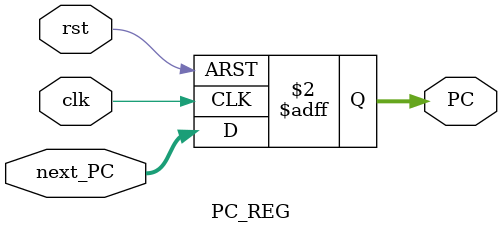
<source format=sv>
module PC_REG(
    input logic clk,
    input logic rst,
    input logic [31:0] next_PC,
    output logic [31:0] PC
);

    always_ff @(posedge clk, posedge rst) begin
        if (rst) 
            PC <= 0;
        else
            PC <= next_PC;
    end

endmodule

// on each clk posedge, increment PC <= next_PC
// if rst is high, PC <= 0

</source>
